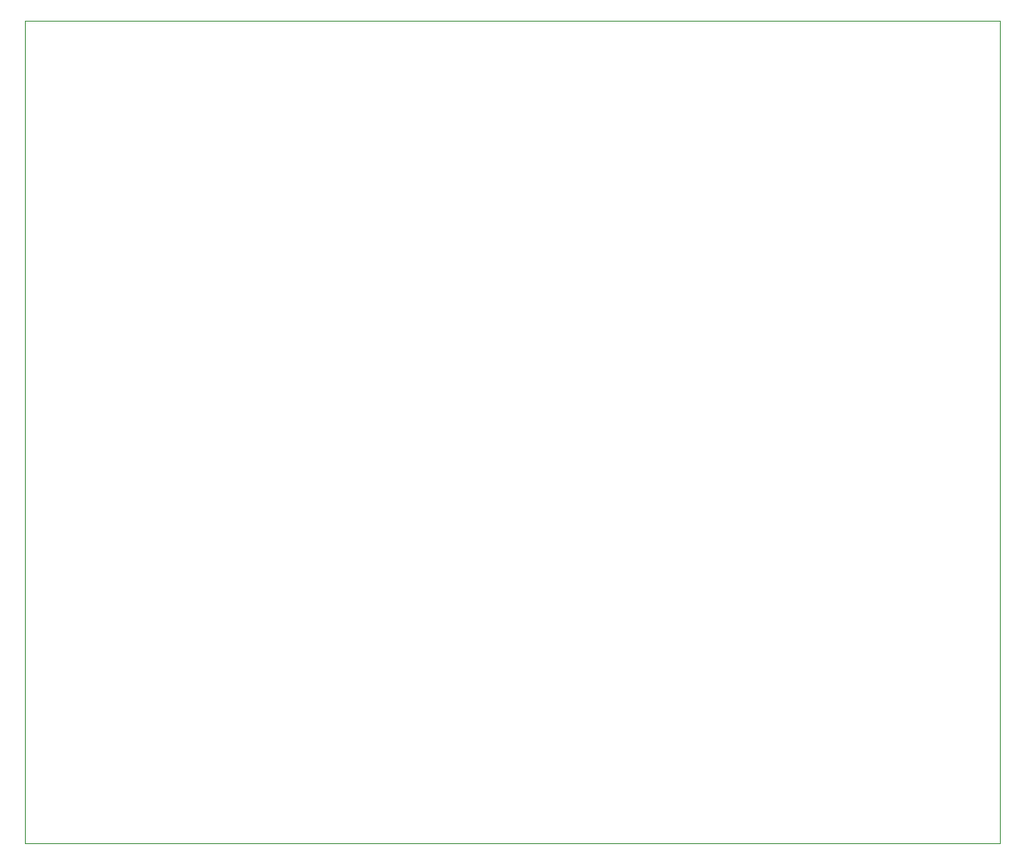
<source format=gbr>
G04 #@! TF.GenerationSoftware,KiCad,Pcbnew,(5.1.2-1)-1*
G04 #@! TF.CreationDate,2019-07-12T12:11:04+02:00*
G04 #@! TF.ProjectId,ATMEGA328PB Proto Board,41544d45-4741-4333-9238-50422050726f,rev?*
G04 #@! TF.SameCoordinates,Original*
G04 #@! TF.FileFunction,Profile,NP*
%FSLAX46Y46*%
G04 Gerber Fmt 4.6, Leading zero omitted, Abs format (unit mm)*
G04 Created by KiCad (PCBNEW (5.1.2-1)-1) date 2019-07-12 12:11:04*
%MOMM*%
%LPD*%
G04 APERTURE LIST*
%ADD10C,0.050000*%
G04 APERTURE END LIST*
D10*
X74930000Y-50800000D02*
X174244000Y-50800000D01*
X74930000Y-134620000D02*
X74930000Y-50800000D01*
X174244000Y-50800000D02*
X174244000Y-134620000D01*
X74930000Y-134620000D02*
X174244000Y-134620000D01*
M02*

</source>
